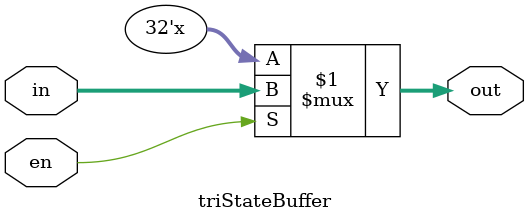
<source format=v>


module processor(



    // Control signals



    clock,                          // I: The master clock



    reset,                          // I: A reset signal







    // Imem



    address_imem,                   // O: The address of the data to get from imem



    q_imem,                         // I: The data from imem







    // Dmem



    address_dmem,                   // O: The address of the data to get or put from/to dmem



    data,                           // O: The data to write to dmem



    wren,                           // O: Write enable for dmem



    q_dmem,                         // I: The data from dmem



    // Regfile



    ctrl_writeEnable,               // O: Write enable for regfile



    ctrl_writeReg,                  // O: Register to write to in regfile



    ctrl_readRegA,                  // O: Register to read from port A of regfile



    ctrl_readRegB,                  // O: Register to read from port B of regfile



    data_writeReg,                  // O: Data to write to for regfile



    data_readRegA,                  // I: Data from port A of regfile



    data_readRegB                   // I: Data from port B of regfile



);	 

	 

	 // Control signals

    input clock, reset;



    // Imem

    output [11:0] address_imem;

    input [31:0] q_imem;



    // Dmem

    output [11:0] address_dmem;

    output [31:0] data;

    output wren;

    input [31:0] q_dmem;



    // Regfile

    output ctrl_writeEnable;

    output [4:0] ctrl_writeReg, ctrl_readRegA, ctrl_readRegB;

    output [31:0] data_writeReg;

    input [31:0] data_readRegA, data_readRegB;



    /* YOUR CODE STARTS HERE */

	 

	 //// FETCH STAGE

	 

	 // PC Counter 

	 wire neg_stall;

	 wire multdiv_stall; 

	 wire neg_multdiv_stall; 

	 assign neg_multdiv_stall = ~multdiv_stall;

	 wire pc_mux_select_bit; 

	 wire [31:0] imem_in; 

	 wire [31:0] pc_in;

	 wire [31:0] imem_in_plus_four; 

	 wire pc_adder_out;

	 

	 wire neg_stall_neg_multdiv_stall; 

	 assign neg_stall_neg_multdiv_stall = neg_multdiv_stall & neg_stall;

	 

	 register PC_Counter (.out(imem_in), .in(pc_in), .clk(clock), .en(neg_stall_neg_multdiv_stall), .reset(reset)); 

    

	 // add the current PC by 1 -> next instruction if no branch taken 

	 Adder_32_bit pc_adder (.out(imem_in_plus_four), .c_out(pc_adder_out), .data_A(imem_in), .data_B(32'd1), .c_in(1'b0)); 

    

	 // instruction memory - use the last 12 bits from PC ??? 

	 wire [31:0] instruction; 

	 

	 assign address_imem = imem_in[11:0];

	 assign instruction = q_imem; 

	 

	 // FD latch

	 wire [31:0] next_PC_D; 

	 wire [31:0] instruction_D;

	 wire [31:0] instruction_stall_checked;

	 register FD_latch (.out(instruction_D), .in(instruction_stall_checked), .clk(clock), .en(neg_stall_neg_multdiv_stall), .reset(reset));

	 register FD_next_PC_latch (.out(next_PC_D), .in(imem_in_plus_four), .clk(clock), .en(neg_stall_neg_multdiv_stall), .reset(reset)); 

	 

	 

	 

	 //// DECODE STAGE

	 

	 wire [4:0] opcode_D, rd_D, rs_D, rt_D; 

	 assign opcode_D = instruction_D[31:27]; 

	 assign rd_D = instruction_D[26:22]; 

	 assign ctrl_readRegA = instruction_D[21:17]; 

	 assign rt_D = instruction_D[16:12];

	 assign rs_D = instruction_D[21:17];

	 // register file  

	 wire rd_as_rt; 

	 // put in rd instead of rt for sw, branches and jumps

	 

	 wire [4:0] select_rdst_out; 

	 Mux_5_input select_rdst (.out(select_rdst_out), .a(rt_D), .b(rd_D), .in(rd_as_rt)); 

	 

	 wire bex; 

	 assign bex = (opcode_D[4] & ~opcode_D[3] & opcode_D[2] & opcode_D[1] & ~opcode_D[0]); // bex 10110 

	 

	 Mux_5_input select_bex (.out(ctrl_readRegB), .a(select_rdst_out), .b(5'd30), .in(bex)); 

	 

	 assign rd_as_rt = (~opcode_D[4] & ~opcode_D[3] & opcode_D[2] & opcode_D[1] & opcode_D[0]) // sw 00111

	                  |(~opcode_D[4] & ~opcode_D[3] & ~opcode_D[2] & opcode_D[1] & ~opcode_D[0]) // bne 00010 

							|(~opcode_D[4] & ~opcode_D[3] & opcode_D[2] & ~opcode_D[1] & ~opcode_D[0]) // jr 00100

							|(~opcode_D[4] & ~opcode_D[3] & opcode_D[2] & opcode_D[1] & ~opcode_D[0]); // blt 00110 

	 

	 

	 // DX latch

	 wire [31:0] instruction_D_stall_checked; 

	 wire [31:0] next_PC_X; 

	 wire [31:0] instruction_X; 

	 wire [31:0] ReadReg_DataA_X, ReadReg_DataB_X; 

	 register DX_latch (.out(instruction_X), .in(instruction_D_stall_checked), .clk(clock), .en(neg_multdiv_stall), .reset(reset));

	 register DX_next_PC_latch (.out(next_PC_X), .in(next_PC_D), .clk(clock), .en(neg_multdiv_stall), .reset(reset)); 

	 register DX_Data_A (.out(ReadReg_DataA_X), .in(data_readRegA), .clk(clock), .en(neg_multdiv_stall), .reset(reset));

	 register DX_Data_B (.out(ReadReg_DataB_X), .in(data_readRegB), .clk(clock), .en(neg_multdiv_stall), .reset(reset));

	 

	 //// EXECUTE STAGE 

	 wire signed [16:0] immediate_unextended; 

	 wire signed [31:0] immediate_extended; 

	 wire [4:0] aluOP, shamt; 

	 wire [31:0] alu_output; 

	 wire [31:0] alu_output_ALU;

	 wire alu_in_B; // imm -> is B or immeidate going into the ALU? 

	 wire [4:0] opcode_X; 

	 

	 assign opcode_X = instruction_X[31:27]; 

	 

	 wire alu_isNotEqual, alu_isLessThan, alu_overflow;

	 assign shamt = instruction_X[11:7];

	 

	 wire isAddi_LW_SW;

	 assign isAddi_LW_SW = (~opcode_X[4] & ~opcode_X[3] & opcode_X[2] & ~opcode_X[1] & opcode_X[0]) // addi 00101 

								 |(~opcode_X[4] & opcode_X[3] & ~opcode_X[2] & ~opcode_X[1] & ~opcode_X[0]) // lw 01000

								 |(~opcode_X[4] & ~opcode_X[3] & opcode_X[2] & opcode_X[1] & opcode_X[0]); // sw 00111

	 

	 wire [4:0] mux_aluOP_addi_out; 

	 Mux_5_input mux_aluOP_addi (.out(mux_aluOP_addi_out), .a(instruction_X[6:2]), .b(5'b00000), .in(isAddi_LW_SW)); 

	 

	 wire isBranch; 

	 assign isBranch = (~opcode_X[4] & ~opcode_X[3] & ~opcode_X[2] & opcode_X[1] & ~opcode_X[0]) // bne 00010 

							|(~opcode_X[4] & ~opcode_X[3] & opcode_X[2] & opcode_X[1] & ~opcode_X[0]); // blt 00110

	 Mux_5_input mux_aluOP_branch (.out(aluOP), .a(mux_aluOP_addi_out), .b(5'b00001), .in(isBranch)); 

	 //assign aluOP = instruction_X[6:2]; 

	 assign immediate_unextended = instruction_X[16:0]; 

	 

	 assign immediate_extended = {{15{immediate_unextended[16]}}, immediate_unextended}; 

	 

	 wire [31:0] alu_input_B; 

	 wire [31:0] alu_input_A; 

	 

	 wire alu_overflow_ALU;

	 

	 alu alu_X (

		.data_operandA(alu_input_A), 

		.data_operandB(alu_input_B), 

		.ctrl_ALUopcode(aluOP), 

		.ctrl_shiftamt(shamt), 

		.data_result(alu_output_ALU), 

		.isNotEqual(alu_isNotEqual), 

		.isLessThan(alu_isLessThan), 

		.overflow(alu_overflow_ALU));

	 

	 assign alu_in_B = (~opcode_X[4] & ~opcode_X[3] & ~opcode_X[2] & ~opcode_X[1] & ~opcode_X[0]) // alus without addi 

							|(~opcode_X[4] & ~opcode_X[3] & ~opcode_X[2] & opcode_X[1] & ~opcode_X[0]) // bne 00010 

							|(~opcode_X[4] & ~opcode_X[3] & opcode_X[2] & opcode_X[1] & ~opcode_X[0]); // blt 00110 

	 

	 wire [31:0] bypass_ReadReg_DataB_X; 

	 wire BNotZero; 

	 assign BNotZero = (bypass_ReadReg_DataB_X[31] 

							 |bypass_ReadReg_DataB_X[30]

							 |bypass_ReadReg_DataB_X[29] 

							 |bypass_ReadReg_DataB_X[28]

						    |bypass_ReadReg_DataB_X[27]

							 |bypass_ReadReg_DataB_X[26] 

							 |bypass_ReadReg_DataB_X[25]

							 |bypass_ReadReg_DataB_X[24]

							 |bypass_ReadReg_DataB_X[23] 

							 |bypass_ReadReg_DataB_X[22]

							 |bypass_ReadReg_DataB_X[21]

							 |bypass_ReadReg_DataB_X[20] 

							 |bypass_ReadReg_DataB_X[19]

							 |bypass_ReadReg_DataB_X[18]

							 |bypass_ReadReg_DataB_X[17] 

							 |bypass_ReadReg_DataB_X[16]

							 |bypass_ReadReg_DataB_X[15]

							 |bypass_ReadReg_DataB_X[14] 

							 |bypass_ReadReg_DataB_X[13]

							 |bypass_ReadReg_DataB_X[12]

							 |bypass_ReadReg_DataB_X[11] 

							 |bypass_ReadReg_DataB_X[10]

							 |bypass_ReadReg_DataB_X[9]

							 |bypass_ReadReg_DataB_X[8] 

							 |bypass_ReadReg_DataB_X[7]

							 |bypass_ReadReg_DataB_X[6]

							 |bypass_ReadReg_DataB_X[5] 

							 |bypass_ReadReg_DataB_X[4]

							 |bypass_ReadReg_DataB_X[3]

							 |bypass_ReadReg_DataB_X[2] 

							 |bypass_ReadReg_DataB_X[1]

							 |bypass_ReadReg_DataB_X[0]);

	 wire bex_check;

	 wire bypass_rstatus_check;

	 

	 assign bex_check = BNotZero | bypass_rstatus_check;

	 

	 Mux_32_input mux_select_SX_or_B (.out(alu_input_B), .a(immediate_extended), .b(bypass_ReadReg_DataB_X), .in(alu_in_B)); 

	 

	 //wire [31:0] shifter_out; 

	 // shifter_left_32_bit pc_shifter (.out(shifter_out), .in(immediate_extended), .shamt(5'd2));

	 

	 wire [31:0] pc_adder_N_out;

	 wire pc_adder_N_c_out;

	 Adder_32_bit pc_adder_N (.out(pc_adder_N_out), .c_out(pc_adder_N_c_out), .data_A(next_PC_X), .data_B(immediate_extended), .c_in(1'b0));

	 

	 wire BNEandNotEqual; 

	 

	 assign BNEandNotEqual = (~opcode_X[4] & ~opcode_X[3] & ~opcode_X[2] & opcode_X[1] & ~opcode_X[0]) // bne 00010 

									&(alu_isNotEqual); 

									

	 assign BLTandnotLessThan = (~opcode_X[4] & ~opcode_X[3] & opcode_X[2] & opcode_X[1] & ~opcode_X[0]) // blt 00110 

									&(~alu_isLessThan & alu_isNotEqual); 

	 

	 wire branch_taken; 

	 assign branch_taken = (BNEandNotEqual | BLTandnotLessThan); 

	 

	 wire [31:0] take_branch_out; 

	 Mux_32_input take_branch (.out(take_branch_out), .a(imem_in_plus_four), .b(pc_adder_N_out), .in(branch_taken)); 

	 

	 wire jump; 

	 assign jump = (~opcode_X[4] & ~opcode_X[3] & ~opcode_X[2] & ~opcode_X[1] & opcode_X[0])// j 00001 

					  |(~opcode_X[4] & ~opcode_X[3] & ~opcode_X[2] & opcode_X[1] & opcode_X[0]) // jal 00011 

					  |(opcode_X[4] & ~opcode_X[3] & opcode_X[2] & opcode_X[1] & ~opcode_X[0] & bex_check); // bex 10110 

	 

	 wire [26:0] target; 

	 assign target = instruction_X[26:0]; 

	 

	 wire [31:0] target_extended; 

	 assign target_extended = {5'b0, target};

	 

	 wire [31:0] jump_mux_out; 

	 Mux_32_input jump_mux (.out(jump_mux_out), .a(take_branch_out), .b(target_extended), .in(jump)); 

	 

	 wire jump_return; 

	 assign jump_return = (~opcode_X[4] & ~opcode_X[3] & opcode_X[2] & ~opcode_X[1] & ~opcode_X[0]); // jr 00100 

	 

	 Mux_32_input jump_return_mux (.out(pc_in), .a(jump_mux_out), .b(bypass_ReadReg_DataB_X), .in(jump_return)); 

	 

	 wire jal; 

	 assign jal = (~opcode_X[4] & ~opcode_X[3] & ~opcode_X[2] & opcode_X[1] & opcode_X[0]); 

	 

	 wire [31:0] jal_store_mux_out; 

	 Mux_32_input jal_store_mux (.out(jal_store_mux_out), .a(alu_output), .b(next_PC_X), .in(jal)); 

	 

	 wire setx; 

	 assign setx = (opcode_X[4] & ~opcode_X[3] & opcode_X[2] & ~opcode_X[1] & opcode_X[0]); // setx 10101 

	 

	 wire [31:0] setx_mux_output; 

	 Mux_32_input setx_mux (.out(setx_mux_output), .a(jal_store_mux_out), .b(target_extended), .in(setx)); 

	 

	 // XM Latch

	 wire [31:0] instruction_M; 

	 wire [31:0] alu_output_M; 

	 wire [31:0] ReadReg_DataB_M; 

	 wire [31:0] instruction_X_stall_checked;

	 wire overflow_exception_M; 

	 register XM_latch (.out(instruction_M), .in(instruction_X_stall_checked), .clk(clock), .en(1'b1), .reset(reset));

	 register XM_alu_output (.out(alu_output_M), .in(setx_mux_output), .clk(clock), .en(1'b1), .reset(reset));

	 register XM_Data_B (.out(ReadReg_DataB_M), .in(bypass_ReadReg_DataB_X), .clk(clock), .en(1'b1), .reset(reset));

	 

	 // alu_overflow needs to be muxed to allow for mult, div, etc. 

	 dffe_ref XM_overflow_exception (.q(overflow_exception_M), .d(alu_overflow), .clk(clock), .en(1'b1), .clr(reset));

	 

	 //// MEMORY STAGE 

	 wire DMwe; 

	 wire [31:0] memory_out; 

	 

	 wire [4:0] opcode_M; 

	 assign opcode_M = instruction_M[31:27]; 

	 

	 // MX bypass

	 wire DX_bypass_INSN;

	 assign DX_bypass_INSN = (~opcode_X[4] & ~opcode_X[3] & ~opcode_X[2] & ~opcode_X[1] & ~opcode_X[0]) // alu ops

						  |(~opcode_X[4] & ~opcode_X[3] & opcode_X[2] & ~opcode_X[1] & opcode_X[0]) // addi 00101

						  |(~opcode_X[4] & ~opcode_X[3] & opcode_X[2] & opcode_X[1] & opcode_X[0]) // sw 00111

						  |(~opcode_X[4] & opcode_X[3] & ~opcode_X[2] & ~opcode_X[1] & ~opcode_X[0]) // lw 01000

						  |(~opcode_X[4] & ~opcode_X[3] & ~opcode_X[2] & opcode_X[1] & ~opcode_X[0]) // bne 00010

						  |(~opcode_X[4] & ~opcode_X[3] & opcode_X[2] & opcode_X[1] & ~opcode_X[0]); // blt 00110

						  

	 wire XM_bypass_INSN;

	 assign XM_bypass_INSN = (~opcode_M[4] & ~opcode_M[3] & ~opcode_M[2] & ~opcode_M[1] & ~opcode_M[0]) // alu ops

								 |(~opcode_M[4] & ~opcode_M[3] & opcode_M[2] & ~opcode_M[1] & opcode_M[0]) // addi 

								 |(~opcode_M[4] & opcode_M[3] & ~opcode_M[2] & ~opcode_M[1] & ~opcode_M[0]); // lw

								 

	 

	 wire [4:0] rd_M; 

	 assign rd_M = instruction_M[26:22]; 

	 

	 wire [4:0] rs_X; 

	 assign rs_X = instruction_X[21:17]; 

	 

	 wire [4:0] rd_X; 

	 assign rd_X = instruction_X[26:22]; 

	 

	 wire [4:0] rt_X; 

	 assign rt_X = instruction_X[16:12];

	 

	 

	 wire [4:0] rd_W; 

	 wire MX_out_to_A; 

	 assign MX_out_to_A = ((DX_bypass_INSN & XM_bypass_INSN 

								                 &(((rd_M[4] == rs_X[4])

													  & (rd_M[3] == rs_X[3])

													  & (rd_M[2] == rs_X[2])

													  & (rd_M[1] == rs_X[1])

													  & (rd_M[0] == rs_X[0])) & ~(~rd_M[4] & ~rd_M[3] & ~rd_M[2] & ~rd_M[1] & ~rd_M[0])))); 

	 

	 wire MX_out_to_B; 

	 wire [4:0] jr_rd;

	 assign jr_rd = instruction_X[26:22];

	 wire bbjs;

	 assign bbjs = ((~opcode_X[4] & ~opcode_X[3] & ~opcode_X[2] & opcode_X[1] & ~opcode_X[0]) // bne 00010

									   |(~opcode_X[4] & ~opcode_X[3] & opcode_X[2] & opcode_X[1] & ~opcode_X[0]) // blt

										|(~opcode_X[4] & ~opcode_X[3] & opcode_X[2] & ~opcode_X[1] & ~opcode_X[0]) // jr

										|(~opcode_X[4] & ~opcode_X[3] & opcode_X[2] & opcode_X[1] & opcode_X[0])); // sw

										

	 assign MX_out_to_B = ( ((DX_bypass_INSN & ~bbjs) & XM_bypass_INSN 

													  &(((rd_M[4] == rt_X[4])

													  & (rd_M[3] == rt_X[3])

													  & (rd_M[2] == rt_X[2])

													  & (rd_M[1] == rt_X[1])

													  & (rd_M[0] == rt_X[0])) & ~(~rd_M[4] & ~rd_M[3] & ~rd_M[2] & ~rd_M[1] & ~rd_M[0])))

								 |( (opcode_M[4] & ~opcode_M[3] & opcode_M[2] & ~opcode_M[1] & opcode_M[0]) 

									 &((opcode_X[4] & ~opcode_X[3] & opcode_X[2] & opcode_X[1] & ~opcode_X[0]))) // setx followed by bex

								 |( bbjs & XM_bypass_INSN

									&( ((rd_X[4] == rd_M[4])

									  &(rd_X[3] == rd_M[3])

									  &(rd_X[2] == rd_M[2])

									  &(rd_X[1] == rd_M[1])

									  &(rd_X[0] == rd_M[0]) & ~(~rd_M[4] & ~rd_M[3] & ~rd_M[2] & ~rd_M[1] & ~rd_M[0])))));

									

	 

	 

	 

	 assign address_dmem = alu_output_M[11:0]; 

	 assign memory_out = q_dmem; 

	 assign wren = DMwe; 

	 

	 

	 assign DMwe = (~opcode_M[4] & ~opcode_M[3] & opcode_M[2] & opcode_M[1] & opcode_M[0]); 

	 

	 // MW latch 

	 wire [31:0] memory_out_W;

	 wire [31:0] instruction_W; 

	 wire [31:0] alu_output_W; 

	 register MW_latch (.out(instruction_W), .in(instruction_M), .clk(clock), .en(1'b1), .reset(reset));

	 register MW_memory_output (.out(memory_out_W), .in(memory_out), .clk(clock), .en(1'b1), .reset(reset));

	 register MW_alu_output (.out(alu_output_W), .in(alu_output_M), .clk(clock), .en(1'b1), .reset(reset));

	 // alu_overflow needs to be muxed to allow for mult, div, etc. 

	 wire overflow_exception_W; 

	 dffe_ref MW_overflow_exception (.q(overflow_exception_W), .d(overflow_exception_M), .clk(clock), .en(1'b1), .clr(reset)); 

	 

	 //// WRITE STAGE

	 wire load; 

	 wire [4:0] opcode_W;

	 assign opcode_W = instruction_W[31:27]; 

	 

	 assign load = (~opcode_W[4] & opcode_W[3] & ~opcode_W[2] & ~opcode_W[1] & ~opcode_W[0]); // lw 01000

	 

	 wire [31:0] Dmem_or_ALU_out; 

	 Mux_32_input mux_select_Dmem_or_ALU (.out(Dmem_or_ALU_out), .a(alu_output_W), .b(memory_out_W), .in(load));

	 

	 wire [4:0] aluOP_W; 

	 assign aluOP_W = instruction_W[6:2]; 

	 

	 

	 

	 wire MW_bypass_INSN;

	 assign MW_bypass_INSN = (~opcode_W[4] & ~opcode_W[3] & ~opcode_W[2] & ~opcode_W[1] & ~opcode_W[0]) 

									|(~opcode_W[4] & ~opcode_W[3] & opcode_W[2] & ~opcode_W[1] & opcode_W[0]) 

									|(~opcode_W[4] & opcode_W[3] & ~opcode_W[2] & ~opcode_W[1] & ~opcode_W[0]);

									

									

	 // WX bypass

	 

	 assign rd_W = instruction_W[26:22];

	 

	 wire WX_out_to_A;

	 assign WX_out_to_A = ( (DX_bypass_INSN & MW_bypass_INSN 

													  &(((rd_W[4] == rs_X[4])

													  & (rd_W[3] == rs_X[3])

													  & (rd_W[2] == rs_X[2])

													  & (rd_W[1] == rs_X[1])

													  & (rd_W[0] == rs_X[0])) & ~(~rd_W[4] & ~rd_W[3] & ~rd_W[2] & ~rd_W[1] & ~rd_W[0]))));

	 

	 wire WX_out_to_B; 

	 assign WX_out_to_B = ( ((DX_bypass_INSN & ~bbjs) & MW_bypass_INSN 

													  &(((rd_W[4] == rt_X[4])

													  & (rd_W[3] == rt_X[3])

													  & (rd_W[2] == rt_X[2])

													  & (rd_W[1] == rt_X[1])

													  & (rd_W[0] == rt_X[0])) & ~(~rd_W[4] & ~rd_W[3] & ~rd_W[2] & ~rd_W[1] & ~rd_W[0])))

								 |( (opcode_W[4] & ~opcode_W[3] & opcode_W[2] & ~opcode_W[1] & opcode_W[0]) 

									 &((opcode_X[4] & ~opcode_X[3] & opcode_X[2] & opcode_X[1] & ~opcode_X[0]))) // setx followed by bex

								 |( bbjs & MW_bypass_INSN

									&(( (rd_X[4] == rd_W[4])

									  &(rd_X[3] == rd_W[3])

									  &(rd_X[2] == rd_W[2])

									  &(rd_X[1] == rd_W[1])

									  &(rd_X[0] == rd_W[0]) & ~(~rd_W[4] & ~rd_W[3] & ~rd_W[2] & ~rd_W[1] & ~rd_W[0]))))); 

									

	 //WM bypass

	 wire WM_write_to_mem; 

	 assign WM_write_to_mem = ( MW_bypass_INSN & (~opcode_M[4] & ~opcode_M[3] & opcode_M[2] & opcode_M[1] & opcode_M[0])

									  &( ((rd_M[4] == rd_W[4])

										 &(rd_M[3] == rd_W[3])

										 &(rd_M[2] == rd_W[2])

										 &(rd_M[1] == rd_W[1])

										 &(rd_M[0] == rd_W[0]) & ~(~rd_W[4] & ~rd_W[3] & ~rd_W[2] & ~rd_W[1] & ~rd_W[0]))));

	 

	 Mux_32_input WM_bypass_mux (.out(data), .a(ReadReg_DataB_M), .b(data_writeReg), .in(WM_write_to_mem));  

	 

	 

	 wire bypass_mux_A_select_0;

	 wire bypass_mux_A_select_1; 

	 assign bypass_mux_A_select_0 = MX_out_to_A; 

	 assign bypass_mux_A_select_1 = WX_out_to_A;

	 genvar i4;

	 generate 

		for (i4=0; i4<32; i4=i4+1) begin: bypass_mux_A

			Mux_4_input u (.out(alu_input_A[i4]), .a(ReadReg_DataA_X[i4]), .b(alu_output_M[i4]), .c(data_writeReg[i4]), .d(alu_output_M[i4]), .in0(bypass_mux_A_select_0), .in1(bypass_mux_A_select_1)); 

		end 

	 endgenerate 

	 wire bypass_mux_B_select_0;

	 wire bypass_mux_B_select_1;

	 assign bypass_mux_B_select_0 = MX_out_to_B; 

	 assign bypass_mux_B_select_1 = WX_out_to_B;

	 genvar i5;

	 generate 

		for (i5=0; i5<32; i5=i5+1) begin: bypass_mux_5

			Mux_4_input u (.out(bypass_ReadReg_DataB_X[i5]), .a(ReadReg_DataB_X[i5]), .b(alu_output_M[i5]), .c(data_writeReg[i5]), .d(alu_output_M[i5]), .in0(bypass_mux_B_select_0), .in1(bypass_mux_B_select_1)); 

		end 

	 endgenerate 

	 

	 wire insn_in_M_overflow;

	 assign insn_in_M_overflow = overflow_exception_M & ((~opcode_M[4] & ~opcode_M[3] & ~opcode_M[2] & ~opcode_M[1] & ~opcode_M[0])

																			|

																		  (~opcode_M[4] & ~opcode_M[3] & opcode_M[2] & ~opcode_M[1] & opcode_M[0]));

	 

	 wire insn_in_W_overflow;

	 assign insn_in_W_overflow = overflow_exception_W & ((~opcode_W[4] & ~opcode_W[3] & ~opcode_W[2] & ~opcode_W[1] & ~opcode_W[0])

																			|

																		  (~opcode_W[4] & ~opcode_W[3] & opcode_W[2] & ~opcode_W[1] & opcode_W[0]));

										

	 assign bypass_rstatus_check = (insn_in_M_overflow | (insn_in_W_overflow & ~(opcode_M[4] & ~opcode_M[3] & opcode_M[2] & ~opcode_M[1] & opcode_M[0]))); 

	 

	 

	 

	 // control - RegWriteEnable 

	 assign ctrl_writeEnable = (~opcode_W[0] & ~opcode_W[1] & ~opcode_W[2] & ~opcode_W[4]) // lw and alus 0d000

									| (opcode_W[0] & ~opcode_W[1] & opcode_W[2] & ~opcode_W[3] & ~opcode_W[4]) // addi 00101

									| (~opcode_W[4] & ~opcode_W[3] & ~opcode_W[2] & opcode_W[1] & opcode_W[0]) // jal 00011 

									| (opcode_W[4] & ~opcode_W[3] & opcode_W[2] & ~opcode_W[1] & opcode_W[0]); // setx 10101 

									

	 wire [4:0] wr_jal_out; 

	 wire jal_W; 

	 assign jal_W = (~opcode_W[4] & ~opcode_W[3] & ~opcode_W[2] & opcode_W[1] & opcode_W[0]); 

	 

	 Mux_5_input wr_jal (.out(wr_jal_out), .a(instruction_W[26:22]), .b(5'd31), .in(jal_W));

	 



	 wire setx_W; 

	 assign setx_W = (opcode_W[4] & ~opcode_W[3] & opcode_W[2] & ~opcode_W[1] & opcode_W[0]); 

	 

	 wire rstatus_W; 

	 wire inv_rstatus_W;

	 assign inv_rstatus_W = ~rstatus_W; 

	 

	 wire add_overflow; 

	 assign add_overflow = (~opcode_W[4] & ~opcode_W[3] & ~opcode_W[2] & ~opcode_W[1] & ~opcode_W[0]) // add 00000

								 &(~aluOP_W[4] & ~aluOP_W[3] & ~aluOP_W[2] & ~aluOP_W[1] & ~aluOP_W[0]) // aluop 00000

								 &overflow_exception_W; 

								 

	 wire addi_overflow; 

	 assign addi_overflow = (~opcode_W[4] & ~opcode_W[3] & opcode_W[2] & ~opcode_W[1] & opcode_W[0]) // addi 00101 

								  &overflow_exception_W; 

								  

	 wire sub_overflow; 

	 assign sub_overflow = (~opcode_W[4] & ~opcode_W[3] & ~opcode_W[2] & ~opcode_W[1] & ~opcode_W[0]) // sub 00000 

								 &(~aluOP_W[4] & ~aluOP_W[3] & ~aluOP_W[2] & ~aluOP_W[1] & aluOP_W[0]) // aluop 00001 

								 &overflow_exception_W; 

	

	 wire mult_overflow; 

	 assign mult_overflow = (~opcode_W[4] & ~opcode_W[3] & ~opcode_W[2] & ~opcode_W[1] & ~opcode_W[0]) // mult 00000 

								  &(~aluOP_W[4] & ~aluOP_W[3] & aluOP_W[2] & aluOP_W[1] & ~aluOP_W[0]) // aluop 00110

								  &overflow_exception_W; 

								  

	 wire div_overflow; 

	 assign div_overflow = (~opcode_W[4] & ~opcode_W[3] & ~opcode_W[2] & ~opcode_W[1] & ~opcode_W[0]) // div 00000 

								  &(~aluOP_W[4] & ~aluOP_W[3] & aluOP_W[2] & aluOP_W[1] & aluOP_W[0]) // aluop 00111

								  &overflow_exception_W;

								  

	 assign rstatus_W = (setx_W | add_overflow | addi_overflow | sub_overflow | mult_overflow | div_overflow); 

	 

	 Mux_5_input wr_rstatus (.out(ctrl_writeReg), .a(wr_jal_out), .b(5'd30), .in(rstatus_W)); 

	 

	 wire [2:0] rstatus_encode_out; 

	 encoder_8_to_3 rstatus_encode (.out(rstatus_encode_out), .in0(add_overflow), .in1(addi_overflow), .in2(sub_overflow), 

											  .in3(mult_overflow), .in4(div_overflow), .in5(setx_W), .in6(inv_rstatus_W), .in7(1'b0)); 

											  

	 wire [31:0] add_overflow_status_val; 

	 assign add_overflow_status_val = 32'd1; 

	 wire [31:0] addi_overflow_status_val;

	 assign addi_overflow_status_val = 32'd2; 

	 wire [31:0] sub_overflow_status_val; 

	 assign sub_overflow_status_val = 32'd3; 

	 wire [31:0] mult_overflow_status_val; 

	 assign mult_overflow_status_val = 32'd4; 

	 wire [31:0] div_overflow_status_val;

	 assign div_overflow_status_val = 32'd5; 

	 

	 genvar i2; 

	 generate 

		for (i2=0; i2<32; i2=i2+1) begin: mux_8_to_1

			Mux_8_input u (.out(data_writeReg[i2]), 

								.in0(add_overflow_status_val[i2]), 

								.in1(addi_overflow_status_val[i2]), 

								.in2(sub_overflow_status_val[i2]),

								.in3(mult_overflow_status_val[i2]), 

								.in4(div_overflow_status_val[i2]), 

								.in5(alu_output_W[i2]),

								.in6(Dmem_or_ALU_out[i2]),

								.in7(1'b0),

								.en2(rstatus_encode_out[2]), 

								.en1(rstatus_encode_out[1]),

								.en0(rstatus_encode_out[0]));

	 end

	 endgenerate

	 

	 //// stall 



	 wire stall_check; 

	 assign stall_check = (~opcode_X[4] & opcode_X[3] & ~opcode_X[2] & ~opcode_X[1] & ~opcode_X[0]) // lw 01000

								&( ( ( (rs_D[4] == rd_X[4])

										&(rs_D[3] == rd_X[3])

										&(rs_D[2] == rd_X[2])

										&(rs_D[1] == rd_X[1])

										&(rs_D[0] == rd_X[0]) ) 

								 | ( ( ((rt_D[4] == rd_X[4])

										&(rt_D[3] == rd_X[3])

										&(rt_D[2] == rd_X[2])

										&(rt_D[1] == rd_X[1])) & ~(~opcode_D[4] & ~opcode_D[3] & opcode_D[2] & opcode_D[1] & opcode_D[0]) )

										) ) );

										

	 assign neg_stall = ~stall_check;

	 

	 

	 //// flush 

	 wire flush_check; 

	 

	 assign flush_check = (branch_taken | jump | jump_return); 

	 

	 Mux_32_input DX_stall_mux (.out(instruction_D_stall_checked), .a(instruction_D), .b(32'b0), .in(stall_check | flush_check)); 

	 

	 Mux_32_input FD_stall_mux (.out(instruction_stall_checked), .a(instruction), .b(32'b0), .in(flush_check)); 

	 

	 wire [31:0] alu_output_MultDiv;

	 wire data_rdy; 

	 wire alu_overflow_MultDiv; 

	 wire is_mult;

	 wire is_div;

	 wire multdiv_in_process;

	 assign is_mult =  (~opcode_X[4] & ~opcode_X[3] & ~opcode_X[2] & ~opcode_X[1] & ~opcode_X[0])

							&(~aluOP[4] & ~aluOP[3] & aluOP[2] & aluOP[1] & ~aluOP[0]);

	 assign is_div = (~opcode_X[4] & ~opcode_X[3] & ~opcode_X[2] & ~opcode_X[1] & ~opcode_X[0])

						 &(~aluOP[4] & ~aluOP[3] & aluOP[2] & aluOP[1] & aluOP[0]);

	 //// multdiv 

	 multdiv MultDiv (.data_operandA(alu_input_A), 

							.data_operandB(alu_input_B), 

							.ctrl_MULT(is_mult & ~multdiv_in_process), 

							.ctrl_DIV(is_div & ~multdiv_in_process), 

							.clock(clock), 

							.data_result(alu_output_MultDiv), 

							.data_exception(alu_overflow_MultDiv), 

							.data_resultRDY(data_rdy)); 

	 wire is_multdiv; 

	 assign is_multdiv = ( is_mult | is_div ); // mul 00110 or div 00111

	 

	 wire multdiv_ongoing_reset;

	 assign multdiv_ongoing_reset = (reset | data_rdy);

	 

	 dffe_ref multdiv_ongoing (.q(multdiv_in_process), .d(is_multdiv ^ data_rdy), .clk(clock), .en(1'b1), .clr(reset)); 

	 

	 wire multdiv_or_alu_result_select;

	 assign multdiv_or_alu_result_select = (is_multdiv & data_rdy);

	 

	 Mux_32_input multdiv_or_alu_result (.out(alu_output), .a(alu_output_ALU), .b(alu_output_MultDiv), .in(multdiv_or_alu_result_select)); 

	 

	 Mux_2_input multdiv_or_alu_overflow (.out(alu_overflow), .a(alu_overflow_ALU), .b(alu_overflow_MultDiv), .in(multdiv_or_alu_result_select)); 

	 

	 assign multdiv_stall = (is_multdiv) & (~data_rdy); 

	 

	 // insert noop to XM latch 

	 

	 Mux_32_input instruction_X_stall_check_mux (.out(instruction_X_stall_checked), .a(instruction_X), .b(32'b0), .in(multdiv_stall));

	 

endmodule



module Adder_16_bit (out, c_out, data_A, data_B, c_in);  



input[15:0] data_A, data_B; 

input c_in;

output c_out; 

output[15:0] out; 



wire[7:0] s0, s1; 

wire c0, c1, c2; 



CLA_8_bit cla0 (out[7:0], c0, data_A[7:0], data_B[7:0], c_in); 

CLA_8_bit cla1 (s0[7:0], c1, data_A[15:8], data_B[15:8], 1'b0); 

CLA_8_bit cla2 (s1[7:0], c2, data_A[15:8], data_B[15:8], 1'b1); 



Mux_2_input mux0 (c_out, c1, c2, c0); 



genvar i;

generate 

	for (i=8; i<16; i=i+1) begin: mux1

		Mux_2_input u (out[i], s0[i-8], s1[i-8], c0);

end

endgenerate 



endmodule 



module Adder_32_bit (out, c_out, data_A, data_B, c_in); 



input[31:0] data_A, data_B; 

input c_in; 

output[31:0] out;

output c_out;



wire[15:0] s0, s1; 

wire c0, c1, c2; 



Adder_16_bit csa0 (out[15:0], c0, data_A[15:0], data_B[15:0], c_in); 

Adder_16_bit csa1 (s0[15:0], c1, data_A[31:16], data_B[31:16], 1'b0); 

Adder_16_bit csa2 (s1[15:0], c2, data_A[31:16], data_B[31:16], 1'b1); 



Mux_2_input mux0 (c_out, c1, c2, c0); 



genvar i;

generate 

	for (i=16; i<32; i=i+1) begin: mux1

		Mux_2_input u (out[i], s0[i-16], s1[i-16], c0);

end

endgenerate 



/*



wire c0, c1, c2; 



CLA_8_bit CLA0 (out[7:0], c0, data_A[7:0], data_B[7:0], c_in); 

CLA_8_bit CLA1 (out[15:8], c1, data_A[15:8], data_B[15:8], c0); 

CLA_8_bit CLA2 (out[23:16], c2, data_A[23:16], data_B[23:16], c1); 

CLA_8_bit CLA3 (out[31:24], c_out, data_A[31:24], data_B[31:24], c2); 



*/

endmodule 



module CLA_8_bit(out, c_out, data_A, data_B, c_in); 



input[7:0] data_A, data_B; 

input c_in; 



output[7:0] out; 

output c_out; 



wire p0, p1, p2, p3, p4, p5, p6, p7, g0, g1, g2, g3, g4, g5, g6, g7, c1, c2, c3, c4, c5, c6; 

wire temp0, temp1, temp2, temp3, temp4, temp5, temp6, temp7, temp8, temp9, temp10, temp11, temp12, temp13, temp14, temp15, temp16, temp17, temp18, temp19, temp20, temp21, temp22, temp23, temp24, temp25, temp26, temp27, temp28, temp29, temp30, temp31, temp32, temp33, temp34, temp35, temp36; 



or or0 (p0, data_A[0], data_B[0]); 

or or1 (p1, data_A[1], data_B[1]);

or or2 (p2, data_A[2], data_B[2]); 

or or3 (p3, data_A[3], data_B[3]); 

or or4 (p4, data_A[4], data_B[4]); 

or or5 (p5, data_A[5], data_B[5]); 

or or6 (p6, data_A[6], data_B[6]); 

or or7 (p7, data_A[7], data_B[7]); 



and and0 (g0, data_A[0], data_B[0]); 

and and1 (g1, data_A[1], data_B[1]);

and and2 (g2, data_A[2], data_B[2]); 

and and3 (g3, data_A[3], data_B[3]); 

and and4 (g4, data_A[4], data_B[4]); 

and and5 (g5, data_A[5], data_B[5]); 

and and6 (g6, data_A[6], data_B[6]); 

and and7 (g7, data_A[7], data_B[7]);



and and8 (temp1, p0, c_in); // p0 and c0 

or or8 (c1, g0, temp1); // (p0 and c0) or g0 



and and9 (temp2, p1, p0, c_in); 

and and10 (temp3, g0, p1); 

or or9 (c2, temp2, temp3, g1); 



and and11 (temp4, p2, p1, p0, c_in); 

and and12 (temp5, p2, p1, g0); 

and and13 (temp6, g1, p2); 

or or10 (c3, temp4, temp5, temp6, g2); 



and and14 (temp7, p3, p2, p1, p0, c_in); 

and and15 (temp8, p3, p2, p1, g0); 

and and16 (temp9, p3, p2, g1); 

and and17 (temp10, p3, g2); 

or or11 (c4, temp7, temp8, temp9, temp10, g3);



and and18 (temp11, p4, p3, p2, p1, p0, c_in); 

and and19 (temp12, p4, p3, p2, p1, g0);

and and20 (temp13, p4, p3, p2, g1); 

and and21 (temp14, p4, p3, g2); 

and and22 (temp15, p4, g3); 

or or12 (c5, temp11, temp12, temp13, temp14, temp15, g4); 



and and23 (temp16, p5, p4, p3, p2, p1, p0, c_in); 

and and24 (temp17, p5, p4, p3, p2, p1, g0); 

and and25 (temp18, p5, p4, p3, p2, g1); 

and and26 (temp19, p5, p4, p3, g2); 

and and27 (temp20, p5, p4, g3); 

and and28 (temp21, p5, g4); 

or or13 (c6, temp16, temp17, temp18, temp19, temp20, temp21, g5); 



and and29 (temp22, p6, p5, p4, p3, p2, p1, p0, c_in); 

and and30 (temp23, p6, p5, p4, p3, p2, p1, g0); 

and and31 (temp24, p6, p5, p4, p3, p2, g1); 

and and32 (temp25, p6, p5, p4, p3, g2); 

and and33 (temp26, p6, p5, p4, g3); 

and and34 (temp27, p6, p5, g4); 

and and35 (temp28, p6, g5); 

or or14 (c7, temp22, temp23, temp24, temp25, temp26, temp27, temp28, g6); 



and and36 (temp29, p7, p6, p5, p4, p3, p2, p1, p0, c_in); 

and and37 (temp30, p7, p6, p5, p4, p3, p2, p1, g0); 

and and38 (temp31, p7, p6, p5, p4, p3, p2, g1); 

and and39 (temp32, p7, p6, p5, p4, p3, g2); 

and and40 (temp33, p7, p6, p5, p4, g3); 

and and41 (temp34, p7, p6, p5, g4); 

and and42 (temp35, p7, p6, g5); 

and and43 (temp36, p7, g6);

or or15 (c_out, temp29, temp30, temp31, temp32, temp33, temp34, temp35, temp36, g7); 



xor xor0 (out[0], data_A[0], data_B[0], c_in); 

xor xor1 (out[1], data_A[1], data_B[1], c1); 

xor xor2 (out[2], data_A[2], data_B[2], c2); 

xor xor3 (out[3], data_A[3], data_B[3], c3); 

xor xor4 (out[4], data_A[4], data_B[4], c4); 

xor xor5 (out[5], data_A[5], data_B[5], c5); 

xor xor6 (out[6], data_A[6], data_B[6], c6); 

xor xor7 (out[7], data_A[7], data_B[7], c7); 



endmodule 



module Mux_2_input (out, a, b, in); 



input a, b, in; 

output out; 



wire n_in, temp0, temp1; 



not not0 (n_in, in); 

and and0 (temp0, n_in, a); 

and and1 (temp1, in, b); 

or or0 (out, temp0, temp1); 



endmodule 



module Mux_32_input(out, a, b, in); 



input[31:0] a, b;

input in; 

output[31:0] out; 



genvar i; 

	generate 

		for (i=0; i<32; i=i+1) begin: out_mux

			Mux_2_input u (out[i], a[i], b[i], in);

	end

	endgenerate

	

endmodule



module Mux_4_input (out, a, b, c, d, in0, in1); 



input a, b, c, d, in0, in1;

output out;



wire neg_in0, neg_in1;



not not_a (neg_in0, in0); 

not not_b (neg_in1, in1); 



wire and1_out, and2_out, and3_out, and4_out; 



and and1 (and1_out, a, neg_in0, neg_in1); 

and and2 (and2_out, b, in0, neg_in1);

and and3 (and3_out, c, neg_in0, in1); 

and and4 (and4_out, d, in0, in1);



or or1 (out, and1_out, and2_out, and3_out, and4_out); 



endmodule 



module Mux_5_input(out, a, b, in); 



input[4:0] a, b;

input in; 

output[4:0] out; 



genvar i; 

	generate 

		for (i=0; i<5; i=i+1) begin: out_mux

			Mux_2_input u (out[i], a[i], b[i], in);

	end

	endgenerate

	

endmodule



module Mux_8_input(out, in0, in1, in2, in3, in4, in5, in6, in7, en2, en1, en0); 



input en2, en1, en0; 

input in0, in1, in2, in3, in4, in5, in6, in7;

output out; 



wire temp0, temp1, temp2, temp3, temp4, temp5; 



Mux_2_input mux0 (temp0, in0, in1, en0); 

Mux_2_input mux1 (temp1, in2, in3, en0); 

Mux_2_input mux2 (temp2, in4, in5, en0); 

Mux_2_input mux3 (temp3, in6, in7, en0); 



Mux_2_input mux4 (temp4, temp0, temp1, en1); 

Mux_2_input mux5 (temp5, temp2, temp3, en1); 



Mux_2_input mux6 (out, temp4, temp5, en2); 



endmodule 



module alu(data_operandA, data_operandB, ctrl_ALUopcode, ctrl_shiftamt, data_result, isNotEqual, isLessThan, overflow);



   input [31:0] data_operandA, data_operandB;

   input [4:0] ctrl_ALUopcode, ctrl_shiftamt;



   output [31:0] data_result;

   output isNotEqual, isLessThan, overflow;



   // YOUR CODE HERE //

	

	// add or substract function 

	wire sub, add_c_out, sub_c_out; 

	wire[31:0] add_out, sub_out, negated_data_operandB; 

	genvar i0; 

	generate 

		for (i0=0; i0<32; i0=i0+1) begin: negate_B 

			not temp_not (negated_data_operandB[i0], data_operandB[i0]); 

	end 

	endgenerate 

	

	Adder_32_bit adder (add_out, add_c_out, data_operandA, data_operandB, 1'b0); 

	Adder_32_bit subtractor (sub_out, sub_c_out, data_operandA, negated_data_operandB, 1'b1); 

	

	// and or bitwise function

	wire[31:0] and_out;

	wire[31:0] or_out; 

	

	genvar i1;

	generate 

		for (i1=0; i1<32; i1=i1+1) begin: and_bitwise

			and temp_and (and_out[i1], data_operandA[i1], data_operandB[i1]);

	end

	endgenerate

	

	genvar i2; 

	generate 

		for (i2=0; i2<32; i2=i2+1) begin: or_bitwise 

			or temp_or (or_out[i2], data_operandA[i2], data_operandB[i2]); 

	end 

	endgenerate 

	

	// logical left shift and arithmetic right shift 

	wire[31:0] sll, sra; 

	shifter_left_32_bit sl (sll, data_operandA, ctrl_shiftamt); 

	shifter_right_32_bit sr (sra, data_operandA, ctrl_shiftamt); 

	

	// isNotEqual? 

	/*or or_equal (isNotEqual, sub_out[0], sub_out[1], sub_out[2], sub_out[3], sub_out[4], sub_out[5], 

					 sub_out[6], sub_out[7], sub_out[8], sub_out[9], sub_out[10], sub_out[11], 

					 sub_out[12], sub_out[13], sub_out[14], sub_out[15], sub_out[16], sub_out[17], 

					 sub_out[18], sub_out[19], sub_out[20], sub_out[21], sub_out[22], sub_out[23], 

					 sub_out[24], sub_out[25], sub_out[26], sub_out[27], sub_out[28], sub_out[29], 

					 sub_out[30], sub_out[31]); 

	*/			 

	

	wire[31:0] bitCheck; 

	genvar j;

	generate 

		for (j=0; j<32; j=j+1) begin: xor_equal 

			xor u (bitCheck[j], data_operandA[j], data_operandB[j]);

	end

	endgenerate 

	

	or or_equal (isNotEqual, bitCheck[0], bitCheck[1], bitCheck[2], bitCheck[3], bitCheck[4], bitCheck[5], 

					 bitCheck[6], bitCheck[7], bitCheck[8], bitCheck[9], bitCheck[10], bitCheck[11], 

					 bitCheck[12], bitCheck[13], bitCheck[14], bitCheck[15], bitCheck[16], bitCheck[17], 

					 bitCheck[18], bitCheck[19], bitCheck[20], bitCheck[21], bitCheck[22], bitCheck[23], 

					 bitCheck[24], bitCheck[25], bitCheck[26], bitCheck[27], bitCheck[28], bitCheck[29], 

					 bitCheck[30], bitCheck[31]);

	

	

	// overflow? 

	wire overflow_0, overflow_1, overflow_2, overflow_3; 

	wire isSub;

	wire isAdd;

	wire MSB_A, MSB_B, n_MSB_A, n_MSB_B; 

	assign MSB_A = data_operandA[31];

	assign MSB_B = data_operandB[31]; 

	assign isSub = ctrl_ALUopcode[0]; 

	not sign_flip (isAdd, isSub); 

	not flip_MSB_A (n_MSB_A, MSB_A); 

	not flip_MSB_B (n_MSB_B, MSB_B); 

	and and_over_0 (overflow_0, n_MSB_A, n_MSB_B, isAdd, add_out[31]); 

	and and_over_1 (overflow_1, n_MSB_A, MSB_B, isSub, sub_out[31]);

	wire n_MSB_sub;

	wire n_MSB_add;

	not flip_MSB_sub (n_MSB_sub, sub_out[31]);

	not flip_MSB_add (n_MSB_add, add_out[31]); 

	and and_over_2 (overflow_2, MSB_A, n_MSB_B, isSub, n_MSB_sub); 

	and and_over_3 (overflow_3, MSB_A, MSB_B, isAdd, n_MSB_add); 

	or overflow_calc (overflow, overflow_0, overflow_1, overflow_2, overflow_3); 

	

	// isLessThan? 

	// if overflow, then compare the MSBs 

	wire lessthan_overflow; 

	and and_over (lessthan_overflow, overflow, MSB_A, n_MSB_B); 

	or or_lessthan (isLessThan, sub_out[31], lessthan_overflow); 

	

	// select the one to output 

	genvar i3; 

	generate 

		for (i3=0; i3<32; i3=i3+1) begin: out_mux

			Mux_8_input u (data_result[i3], add_out[i3], sub_out[i3], and_out[i3], or_out[i3], sll[i3], sra[i3], 1'b0, 1'b0, ctrl_ALUopcode[2], ctrl_ALUopcode[1], ctrl_ALUopcode[0]); 

	end

	endgenerate

	

endmodule



module counter_4_bit (q3, q2, q1, q0, en, clk, clr); 



input clk, en, clr; 

output q3, q2, q1, q0; 



dffe_ref d0 (q0, ~q0, clk, en, clr);

dffe_ref d1 (q1, ~q1, q0, en, clr);

dffe_ref d2 (q2, ~q2, q1, en, clr);

dffe_ref d3 (q3, ~q3, q2, en, clr);



endmodule 



module counter_5_bit (q4, q3, q2, q1, q0, en, clk, clr); 



input clk, en, clr; 

output q4, q3, q2, q1, q0; 



dffe_ref d0 (q0, ~q0, clk, en, clr);

dffe_ref d1 (q1, ~q1, ~q0, en, clr);

dffe_ref d2 (q2, ~q2, ~q1, en, clr);

dffe_ref d3 (q3, ~q3, ~q2, en, clr);

dffe_ref d4 (q4, ~q4, ~q3, en, clr); 



endmodule 



module counter_6_bit (q5, q4, q3, q2, q1, q0, en, clk, clr); 



input clk, en, clr; 

output q5, q4, q3, q2, q1, q0; 



dffe_ref d0 (q0, ~q0, clk, en, clr);

dffe_ref d1 (q1, ~q1, ~q0, en, clr);

dffe_ref d2 (q2, ~q2, ~q1, en, clr);

dffe_ref d3 (q3, ~q3, ~q2, en, clr);

dffe_ref d4 (q4, ~q4, ~q3, en, clr); 

dffe_ref d5 (q5, ~q5, ~q4, en, clr); 



endmodule 



module decoder (out, in); 



input[4:0] in;

output[31:0] out; 



wire in0;

wire in1;

wire in2;

wire in3;

wire in4;



assign in0 = in[0];

assign in1 = in[1];

assign in2 = in[2];

assign in3 = in[3]; 

assign in4 = in[4]; 



wire inv_in0;

wire inv_in1;

wire inv_in2;

wire inv_in3;

wire inv_in4;



not not0 (inv_in0, in0);

not not1 (inv_in1, in1);

not not2 (inv_in2, in2);

not not3 (inv_in3, in3); 

not not4 (inv_in4, in4); 



and and31 (out[31], in4, in3, in2, in1, in0); 

and and30 (out[30], in4, in3, in2, in1, inv_in0); 

and and29 (out[29], in4, in3, in2, inv_in1, in0);

and and28 (out[28], in4, in3, in2, inv_in1, inv_in0); 

and and27 (out[27], in4, in3, inv_in2, in1, in0); 

and and26 (out[26], in4, in3, inv_in2, in1, inv_in0);

and and25 (out[25], in4, in3, inv_in2, inv_in1, in0); 

and and24 (out[24], in4, in3, inv_in2, inv_in1, inv_in0); 

and and23 (out[23], in4, inv_in3, in2, in1, in0); 

and and22 (out[22], in4, inv_in3, in2, in1, inv_in0);

and and21 (out[21], in4, inv_in3, in2, inv_in1, in0); 

and and20 (out[20], in4, inv_in3, in2, inv_in1, inv_in0); 

and and19 (out[19], in4, inv_in3, inv_in2, in1, in0);

and and18 (out[18], in4, inv_in3, inv_in2, in1, inv_in0); 

and and17 (out[17], in4, inv_in3, inv_in2, inv_in1, in0); 

and and16 (out[16], in4, inv_in3, inv_in2, inv_in1, inv_in0); 

and and15 (out[15], inv_in4, in3, in2, in1, in0); 

and and14 (out[14], inv_in4, in3, in2, in1, inv_in0); 

and and13 (out[13], inv_in4, in3, in2, inv_in1, in0);

and and12 (out[12], inv_in4, in3, in2, inv_in1, inv_in0); 

and and11 (out[11], inv_in4, in3, inv_in2, in1, in0); 

and and10 (out[10], inv_in4, in3, inv_in2, in1, inv_in0);

and and09 (out[9], inv_in4, in3, inv_in2, inv_in1, in0); 

and and08 (out[8], inv_in4, in3, inv_in2, inv_in1, inv_in0); 

and and07 (out[7], inv_in4, inv_in3, in2, in1, in0); 

and and06 (out[6], inv_in4, inv_in3, in2, in1, inv_in0);

and and05 (out[5], inv_in4, inv_in3, in2, inv_in1, in0); 

and and04 (out[4], inv_in4, inv_in3, in2, inv_in1, inv_in0); 

and and03 (out[3], inv_in4, inv_in3, inv_in2, in1, in0);

and and02 (out[2], inv_in4, inv_in3, inv_in2, in1, inv_in0); 

and and01 (out[1], inv_in4, inv_in3, inv_in2, inv_in1, in0); 

and and00 (out[0], inv_in4, inv_in3, inv_in2, inv_in1, inv_in0); 



endmodule 



module dffe_ref(q, d, clk, en, clr);

   

   //Inputs

   input d, clk, en, clr;

   

   //Internal wire

   wire clr;



   //Output

   output q;

   

   //Register

   reg q;



   //Intialize q to 0

   initial

   begin

       q = 1'b0;

   end



   //Set value of q on positive edge of the clock or clear

   always @(posedge clk or posedge clr) begin

       //If clear is high, set q to 0

       if (clr) begin

           q <= 1'b0;

       //If enable is high, set q to the value of d

       end else if (en) begin

           q <= d;

       end

   end

endmodule



module dflipflop(d, clk, clrn, prn, ena, q);

    input d, clk, ena, clrn, prn;

    wire clr;

    wire pr;



    output q;

    reg q;



    assign clr = ~clrn;

    assign pr = ~prn;



    initial

    begin

        q = 1'b0;

    end



    always @(posedge clk) begin

        if (q == 1'bx) begin

            q <= 1'b0;

        end else if (clr) begin

            q <= 1'b0;

        end else if (ena) begin

            q <= d;

        end

    end

endmodule



module divider (data_operandA, data_operandB, clock, data_result, data_exception, data_resultRDY, ctrl_DIV); 



input [31:0] data_operandA, data_operandB; 

input clock, ctrl_DIV; 



output [31:0] data_result; 

output data_exception, data_resultRDY; 

// output [63:0] product;



// output q5, q4, q3, q2, q1, q0;

wire[63:0] product;

wire[31:0] divisor;

wire[31:0] left_reg_in, right_reg_in; 



wire q5, q4, q3, q2, q1, q0; 



counter_6_bit cntr (q5, q4, q3, q2, q1, q0, 1'b1, clock, ctrl_DIV);



register div (divisor, data_operandB, clock, ctrl_DIV, 1'b0); 



register reg_63_32 (product[63:32], left_reg_in, clock, 1'b1, ctrl_DIV); 



register reg_31_0 (product[31:0], right_reg_in, clock, 1'b1, 1'b0); 



wire[31:0] adder_out; 

wire overflow_MSB;

wire[31:0] neg_div; 

assign neg_div = ~divisor;

Adder_32_bit adder (adder_out, overflow_MSB, product[63:32], neg_div, 1'b1);



wire sub_MSB; 

assign sub_MSB = adder_out[31]; 



wire[31:0] result; 

Mux_32_input restore_mux (result, adder_out, product[63:32], sub_MSB); // if subtract result is negative, restore the value 



wire[63:0] combiner; 

assign combiner[63:32] = result; 

assign combiner[31:0] = product[31:0]; 

wire[63:0] shifted_comb; 

assign shifted_comb = combiner <<< 1; 



wire[31:0] right_res;

assign left_reg_in = shifted_comb[63:32];

assign right_res[0] = ~sub_MSB;

assign right_res[31:1] = shifted_comb[31:1];



Mux_32_input mult_in (right_reg_in, right_res, data_operandA, ctrl_DIV);



assign data_result = product[31:0]; 

assign data_resultRDY = (q5 & ~q4 & ~q3 & ~q2 & ~q1 & q0);



wire all_zero;

assign all_zero = (~data_operandB[0] & 

                   ~data_operandB[1] &

						 ~data_operandB[2] & 

						 ~data_operandB[3] & 

						 ~data_operandB[4] &

						 ~data_operandB[5] &

						 ~data_operandB[6] &

						 ~data_operandB[7] &

						 ~data_operandB[8] &

						 ~data_operandB[9] &

						 ~data_operandB[10] &

						 ~data_operandB[11] & 

                   ~data_operandB[12] &

						 ~data_operandB[13] & 

						 ~data_operandB[14] & 

						 ~data_operandB[15] &

						 ~data_operandB[16] &

						 ~data_operandB[17] &

						 ~data_operandB[18] &

						 ~data_operandB[19] &

						 ~data_operandB[20] &

						 ~data_operandB[21] &

						 ~data_operandB[22] &

						 ~data_operandB[23] & 

                   ~data_operandB[24] &

						 ~data_operandB[25] & 

						 ~data_operandB[26] & 

						 ~data_operandB[27] &

						 ~data_operandB[28] &

						 ~data_operandB[29] &

						 ~data_operandB[30] &

						 ~data_operandB[31]);

						 

dffe_ref excep (data_exception, all_zero, clock, ctrl_DIV, 1'b0); 



endmodule 



module encoder_8_to_3 (out, in0, in1, in2, in3, in4, in5, in6, in7); 



input in0, in1, in2, in3, in4, in5, in6, in7; 

output [2:0] out; 



assign out[0] = (in1 | in3 | in5 | in7); 

assign out[1] = (in2 | in3 | in6 | in7); 

assign out[2] = (in4 | in5 | in6 | in7); 



endmodule 



module multdiv(data_operandA, data_operandB, ctrl_MULT, ctrl_DIV, clock, data_result, data_exception, data_resultRDY);

    input [31:0] data_operandA, data_operandB;

    input ctrl_MULT, ctrl_DIV, clock;



    output [31:0] data_result;

    output data_exception, data_resultRDY;

	 

	 wire[31:0] mult_res, div_res, real_div_res, neg_div_res; 

	 wire mult_excep, div_excep, mult_RDY, div_RDY;

	 // Your code here

	 wire is_DIV; 

	 wire same_sign;

	 wire dividend_isPos, divisor_isPos, c1_out, c2_out, c3_out; 

	 assign dividend_isPos = ~data_operandA[31];

	 assign divisor_isPos = ~data_operandB[31]; 

	 xor x_gate (same_sign, dividend_isPos, ~divisor_isPos);

	 wire same_sign_stored;

	 dffe_ref isDiv (is_DIV, ctrl_DIV, clock, (ctrl_DIV | ctrl_MULT), 1'b0);

	 dffe_ref div_sign (.q(same_sign_stored), .d(same_sign), .clk(clock), .en(ctrl_Div), .clr(1'b0));

	 wire [31:0] input_DIV_1, input_DIV_2, adder1_in_1, adder2_in_1; 

	 

	 Mux_32_input m1(adder1_in_1, ~data_operandA, data_operandA, dividend_isPos);

	 Mux_32_input m2(adder2_in_1, ~data_operandB, data_operandB, divisor_isPos);

	 

	 Adder_32_bit adder1 (input_DIV_1, c1_out, adder1_in_1, 32'b0, ~dividend_isPos); 

	 Adder_32_bit adder2 (input_DIV_2, c2_out, adder2_in_1, 32'b0, ~divisor_isPos); 

	 

	 multiplier multi (data_operandA, data_operandB, clock, mult_res, mult_excep, mult_RDY, ctrl_MULT); 

	 divider div (input_DIV_1, input_DIV_2, clock, div_res, div_excep, div_RDY, ctrl_DIV); 

	 

	 Adder_32_bit adder3 (neg_div_res, c3_out, ~div_res, 32'b0, 1'b1);

	 

	 Mux_32_input m_div (.out(real_div_res), .a(neg_div_res), .b(div_res), .in(same_sign_stored)); 

	 

	 Mux_2_input mux_1 (data_exception, mult_excep, div_excep, is_DIV); 

	 Mux_2_input mux_2 (data_resultRDY, mult_RDY, div_RDY, is_DIV); 

	 Mux_32_input mux_3 (data_result, mult_res, real_div_res, is_DIV); 

	 

endmodule



module multiplier (data_operandA, data_operandB, clock, data_result, data_exception, data_resultRDY, ctrl_MULT); 

// multiplicand for tests



input [31:0] data_operandA, data_operandB; 

input clock, ctrl_MULT; 



output [31:0] data_result; 

output data_exception, data_resultRDY; 



// modified Booth's - repeat 16 times 



wire [63:0] product; 

wire last_bit; 

wire [31:0] multiplicand; 



wire q4, q3, q2, q1, q0; 



counter_5_bit cntr (q4, q3, q2, q1, q0, 1'b1, clock, ctrl_MULT); // clr = clear 



register cand (multiplicand[31:0], data_operandA, clock, ctrl_MULT, 1'b0); 



wire [31:0] multiplier_in, left_reg_in; 

wire[31:0] shifted_final_res; 



register reg_63_32 (product[63:32], left_reg_in, clock, 1'b1, ctrl_MULT); 



register reg_31_0 (product[31:0], multiplier_in, clock, 1'b1, 1'b0); 



dffe_ref d0 (last_bit, product[1], clock, 1'b1, ctrl_MULT); 



// shift the multiplicand to the desired 



wire isShift, isSub, isChange; 



assign isShift = ((product[1] & ~product[0] & ~last_bit) | (~product[1] & product[0] & last_bit)); 

assign isSub = ((product[1] & ~product[0] & ~last_bit) | (product[1] & product[0] & ~last_bit) | (product[1] & ~product[0] & last_bit));

assign isChange = ~((~product[1] & ~product[0] & ~last_bit) | (product[1] & product[0] & last_bit)); 



// multiplicand shift result 



wire[31:0] shifted_cand; 

assign shifted_cand = multiplicand[31:0] << 1; 



wire[31:0] shift_checked; 

Mux_32_input shift_mux (shift_checked, multiplicand, shifted_cand, isShift); 



wire[31:0] neg_cand; 

assign neg_cand = ~shift_checked; 



wire[31:0] sub_checked; 

Mux_32_input sub_mux (sub_checked, shift_checked, neg_cand, isSub); 



wire overflow_MSB; 

wire[31:0] adder_out; 

Adder_32_bit adder (adder_out, overflow_MSB, product[63:32], sub_checked, isSub); 



// overflow/exception check for add/sub 

wire overflow_addsub_temp, overflow_addsub; 

assign overflow_addsub_temp = (isChange) & 

											((isSub & 

											(

												(adder_out[31] & ~product[63] & (shift_checked[31])) 

												|

												((~adder_out[31]) & (product[63]) & ~shift_checked[31])

											)) 

											|

											((~isSub) & 

											(((shift_checked[31]) & (product[63]) & (~adder_out[31]))

												|

												(~shift_checked[31] & ~product[63] & adder_out[31]))));

												

dffe_ref addsub_dff (overflow_addsub, 1'b1, clock, overflow_addsub_temp, ctrl_MULT); 



// overflow/exception check for left shift 

wire overflow_shift_temp, overflow_shift; 

assign overflow_shift_temp = (isShift) & ((~shifted_cand[31] & multiplicand[31]) | (shifted_cand[31] & ~multiplicand[31])); 



dffe_ref shift_dff (overflow_shift, 1'b1, clock, overflow_shift_temp, ctrl_MULT);



wire[31:0] final_res; 

Mux_32_input change_mux (final_res, product[63:32], adder_out, isChange); 



wire signed [63:0] before_shift; 

assign before_shift[31:0] = product[31:0]; 

assign before_shift[63:32] = final_res[31:0]; 

wire signed [63:0] after_shift; 



//shifter_right_32_bit sh_right (after_shift, before_shift, 5'b00010);

assign after_shift = before_shift >>> 2; 



assign left_reg_in = after_shift[63:32]; 

Mux_32_input mult_in (multiplier_in, after_shift[31:0], data_operandB, ctrl_MULT); 



assign data_result = product[31:0]; 

assign data_resultRDY = (q4 & ~q3 & ~q2 & ~q1 & ~q0); 



wire overflow;

wire same_sign, cand_isZero, plier_isZero, result_isZero;

dffe_ref input_sign (same_sign, ((data_operandA[31] & data_operandB[31]) | ((~data_operandA[31]) & (~data_operandB[31]))), clock, ctrl_MULT, 1'b0); 

dffe_ref plier_zero (plier_isZero, ~(data_operandB[0] | 

												data_operandB[1] | 

												data_operandB[2] | 

												data_operandB[3] | 

												data_operandB[4] | 

												data_operandB[5] | 

												data_operandB[6] | 

												data_operandB[7] | 

												data_operandB[8] | 

												data_operandB[9] | 

												data_operandB[10] | 

												data_operandB[11] | 

												data_operandB[12] | 

												data_operandB[13] | 

												data_operandB[14] | 

												data_operandB[15] | 

												data_operandB[16] | 

												data_operandB[17] | 

												data_operandB[18] | 

												data_operandB[19] | 

												data_operandB[20] | 

												data_operandB[21] | 

												data_operandB[22] | 

												data_operandB[23] | 

												data_operandB[24] | 

												data_operandB[25] | 

												data_operandB[26] | 

												data_operandB[27] | 

												data_operandB[28] | 

												data_operandB[29] | 

												data_operandB[30] | 

												data_operandB[31])

							, clock, ctrl_MULT, 1'b0);

							

 

assign cand_isZero =	~(multiplicand[0] |

							 multiplicand[1] |

							 multiplicand[2] |

							 multiplicand[3] |

							 multiplicand[4] | 

							 multiplicand[5] | 

							 multiplicand[6] | 

							 multiplicand[7] | 

							 multiplicand[8] | 

							 multiplicand[9] | 

							 multiplicand[10] | 

							 multiplicand[11] | 

							 multiplicand[12] | 

							 multiplicand[13] | 

							 multiplicand[14] | 

							 multiplicand[15] | 

							 multiplicand[16] | 

							 multiplicand[17] | 

							 multiplicand[18] | 

							 multiplicand[19] | 

							 multiplicand[20] | 

							 multiplicand[21] | 

							 multiplicand[22] | 

							 multiplicand[23] | 

							 multiplicand[24] | 

							 multiplicand[25] | 

							 multiplicand[26] | 

							 multiplicand[27] | 

							 multiplicand[28] | 

							 multiplicand[29] | 

							 multiplicand[30] | 

							 multiplicand[31]);

							 

assign result_isZero=~(product[0] |

							 product[1] | 

							 product[2] | 

							 product[3] | 

							 product[4] | 

							 product[5] | 

							 product[6] | 

							 product[7] | 

							 product[8] | 

							 product[9] | 

							 product[10] | 

							 product[11] | 

							 product[12] | 

							 product[13] | 

							 product[14] | 

							 product[15] | 

							 product[16] | 

							 product[17] | 

							 product[18] | 

							 product[19] | 

							 product[20] | 

							 product[21] | 

							 product[22] | 

							 product[23] | 

							 product[24] | 

							 product[25] | 

							 product[26] | 

							 product[27] | 

							 product[28] | 

							 product[29] | 

							 product[30] | 

							 product[31]);

							 

assign data_exception = overflow_addsub | overflow_shift | 

								(((same_sign & product[31]) | ((~same_sign) & (~product[31]))) & (~cand_isZero) & (~plier_isZero)) | (same_sign & (multiplicand[31]) & result_isZero);



endmodule 



module one_bit_adder (s, c_out, a, b, c_in); 



input a, b, c_in; 

output s, c_out; 



xor xor1 (t0, a, b); 

xor xor2 (s, t0, c_in); 



and and1 (t1, t0, c_in); 

and and2 (t2, a, b); 



or or1 (c_out, t1, t2); 



endmodule 



module regfile (

    clock,

    ctrl_writeEnable,

    ctrl_reset, ctrl_writeReg,

    ctrl_readRegA, ctrl_readRegB, data_writeReg,

    data_readRegA, data_readRegB,
	 
	 write1, write2, write3, write4, write5, write6, write7, write8, write9, write10, write11, write12,
	 
	 read16

);



   input clock, ctrl_writeEnable, ctrl_reset;

   input [4:0] ctrl_writeReg, ctrl_readRegA, ctrl_readRegB;

   input [31:0] data_writeReg;

	

	wire[31:0] ctrl_readRegA_decoded, ctrl_readRegB_decoded, ctrl_writeReg_decoded; 

	

	decoder ctrl_write_decoder (ctrl_writeReg_decoded, ctrl_writeReg); 

	decoder ctrl_readA_decoder (ctrl_readRegA_decoded, ctrl_readRegA); 

	decoder ctrl_readB_decoder (ctrl_readRegB_decoded, ctrl_readRegB); 

	

   output [31:0] data_readRegA, data_readRegB; 

	input [31:0] write1, write2, write3, write4, write5, write6, write7, write8, write9, write10, write11, write12;

	wire[31:0] read0, read1, read2, read3, read4, read5, read6, read7, read8, read9, read10, read11, read12, read13, read14, read15, read17, read18, read19, read20, read21, read22, read23, read24, read25, read26, read27, read28, read29, read30, read31; 

	output [31:0] read16;

	wire en0, en1, en2, en3, en4, en5, en6, en7, en8, en9, en10, en11, en12, en13, en14, en15, en16, en17, en18, en19, en20, en21, en22, en23, en24, en25, en26, en27, en28, en29, en30, en31;

	

	and and0 (en0, ctrl_writeEnable, ctrl_writeReg_decoded[0]); 

	and and1 (en1, ctrl_writeEnable, ctrl_writeReg_decoded[1]); 

	and and2 (en2, ctrl_writeEnable, ctrl_writeReg_decoded[2]); 

	and and3 (en3, ctrl_writeEnable, ctrl_writeReg_decoded[3]); 

	and and4 (en4, ctrl_writeEnable, ctrl_writeReg_decoded[4]); 

	and and5 (en5, ctrl_writeEnable, ctrl_writeReg_decoded[5]); 

	and and6 (en6, ctrl_writeEnable, ctrl_writeReg_decoded[6]); 

	and and7 (en7, ctrl_writeEnable, ctrl_writeReg_decoded[7]); 

	and and8 (en8, ctrl_writeEnable, ctrl_writeReg_decoded[8]); 

	and and9 (en9, ctrl_writeEnable, ctrl_writeReg_decoded[9]); 

	and and10 (en10, ctrl_writeEnable, ctrl_writeReg_decoded[10]); 

	and and11 (en11, ctrl_writeEnable, ctrl_writeReg_decoded[11]); 

	and and12 (en12, ctrl_writeEnable, ctrl_writeReg_decoded[12]); 

	and and13 (en13, ctrl_writeEnable, ctrl_writeReg_decoded[13]); 

	and and14 (en14, ctrl_writeEnable, ctrl_writeReg_decoded[14]); 

	and and15 (en15, ctrl_writeEnable, ctrl_writeReg_decoded[15]); 

	and and16 (en16, ctrl_writeEnable, ctrl_writeReg_decoded[16]); 

	and and17 (en17, ctrl_writeEnable, ctrl_writeReg_decoded[17]); 

	and and18 (en18, ctrl_writeEnable, ctrl_writeReg_decoded[18]); 

	and and19 (en19, ctrl_writeEnable, ctrl_writeReg_decoded[19]); 

	and and20 (en20, ctrl_writeEnable, ctrl_writeReg_decoded[20]); 

	and and21 (en21, ctrl_writeEnable, ctrl_writeReg_decoded[21]); 

	and and22 (en22, ctrl_writeEnable, ctrl_writeReg_decoded[22]); 

	and and23 (en23, ctrl_writeEnable, ctrl_writeReg_decoded[23]); 

	and and24 (en24, ctrl_writeEnable, ctrl_writeReg_decoded[24]); 

	and and25 (en25, ctrl_writeEnable, ctrl_writeReg_decoded[25]); 

	and and26 (en26, ctrl_writeEnable, ctrl_writeReg_decoded[26]); 

	and and27 (en27, ctrl_writeEnable, ctrl_writeReg_decoded[27]); 

	and and28 (en28, ctrl_writeEnable, ctrl_writeReg_decoded[28]); 

	and and29 (en29, ctrl_writeEnable, ctrl_writeReg_decoded[29]); 

	and and30 (en30, ctrl_writeEnable, ctrl_writeReg_decoded[30]); 

	and and31 (en31, ctrl_writeEnable, ctrl_writeReg_decoded[31]); 

	

	

	register reg0 (read0, data_writeReg, clock, 1'b0, ctrl_reset); 

	register reg1 (read1, write1, clock, 1'b1, ctrl_reset); 

	register reg2 (read2, write2, clock, 1'b1, ctrl_reset); 

	register reg3 (read3, write3, clock, 1'b1, ctrl_reset); 

	register reg4 (read4, write4, clock, 1'b1, ctrl_reset); 

	register reg5 (read5, write5, clock, 1'b1, ctrl_reset); 

	register reg6 (read6 , write6, clock, 1'b1, ctrl_reset); 

	register reg7 (read7, write7, clock, 1'b1, ctrl_reset); 

	register reg8 (read8 , write8, clock, 1'b1, ctrl_reset); 

	register reg9 (read9 , write9, clock, 1'b1, ctrl_reset); 

	register reg10 (read10, write10, clock, 1'b1, ctrl_reset); 

	register reg11 (read11, write11, clock, 1'b1, ctrl_reset); 

	register reg12 (read12, write12, clock, 1'b1, ctrl_reset); 

	register reg13 (read13, data_writeReg, clock, en13, ctrl_reset); 

	register reg14 (read14, data_writeReg, clock, en14, ctrl_reset); 

	register reg15 (read15, data_writeReg, clock, en15, ctrl_reset); 

	register reg16 (read16, data_writeReg, clock, en16, ctrl_reset); 

	register reg17 (read17, data_writeReg, clock, en17, ctrl_reset); 

	register reg18 (read18, data_writeReg, clock, en18, ctrl_reset); 

	register reg19 (read19, data_writeReg, clock, en19, ctrl_reset); 

	register reg20 (read20, data_writeReg, clock, en20, ctrl_reset); 

	register reg21 (read21, data_writeReg, clock, en21, ctrl_reset); 

	register reg22 (read22, data_writeReg, clock, en22, ctrl_reset); 

	register reg23 (read23, data_writeReg, clock, en23, ctrl_reset); 

	register reg24 (read24, data_writeReg, clock, en24, ctrl_reset); 

	register reg25 (read25, data_writeReg, clock, en25, ctrl_reset); 

	register reg26 (read26, data_writeReg, clock, en26, ctrl_reset); 

	register reg27 (read27, data_writeReg, clock, en27, ctrl_reset); 

	register reg28 (read28, data_writeReg, clock, en28, ctrl_reset); 

	register reg29 (read29, data_writeReg, clock, en29, ctrl_reset); 

	register reg30 (read30, data_writeReg, clock, en30, ctrl_reset); 

	register reg31 (read31, data_writeReg, clock, en31, ctrl_reset); 

	

	triStateBuffer triBuffA0 (data_readRegA, read0, ctrl_readRegA_decoded[0]); 

	triStateBuffer triBuffA1 (data_readRegA, read1, ctrl_readRegA_decoded[1]); 

	triStateBuffer triBuffA2 (data_readRegA, read2, ctrl_readRegA_decoded[2]); 

	triStateBuffer triBuffA3 (data_readRegA, read3, ctrl_readRegA_decoded[3]); 

	triStateBuffer triBuffA4 (data_readRegA, read4, ctrl_readRegA_decoded[4]); 

	triStateBuffer triBuffA5 (data_readRegA, read5, ctrl_readRegA_decoded[5]); 

	triStateBuffer triBuffA6 (data_readRegA, read6, ctrl_readRegA_decoded[6]); 

	triStateBuffer triBuffA7 (data_readRegA, read7, ctrl_readRegA_decoded[7]); 

	triStateBuffer triBuffA8 (data_readRegA, read8, ctrl_readRegA_decoded[8]); 

	triStateBuffer triBuffA9 (data_readRegA, read9, ctrl_readRegA_decoded[9]); 

	triStateBuffer triBuffA10 (data_readRegA, read10, ctrl_readRegA_decoded[10]); 

	triStateBuffer triBuffA11 (data_readRegA, read11, ctrl_readRegA_decoded[11]); 

	triStateBuffer triBuffA12 (data_readRegA, read12, ctrl_readRegA_decoded[12]); 

	triStateBuffer triBuffA13 (data_readRegA, read13, ctrl_readRegA_decoded[13]); 

	triStateBuffer triBuffA14 (data_readRegA, read14, ctrl_readRegA_decoded[14]); 

	triStateBuffer triBuffA15 (data_readRegA, read15, ctrl_readRegA_decoded[15]); 

	triStateBuffer triBuffA16 (data_readRegA, read16, ctrl_readRegA_decoded[16]); 

	triStateBuffer triBuffA17 (data_readRegA, read17, ctrl_readRegA_decoded[17]); 

	triStateBuffer triBuffA18 (data_readRegA, read18, ctrl_readRegA_decoded[18]); 

	triStateBuffer triBuffA19 (data_readRegA, read19, ctrl_readRegA_decoded[19]); 

	triStateBuffer triBuffA20 (data_readRegA, read20, ctrl_readRegA_decoded[20]); 

	triStateBuffer triBuffA21 (data_readRegA, read21, ctrl_readRegA_decoded[21]); 

	triStateBuffer triBuffA22 (data_readRegA, read22, ctrl_readRegA_decoded[22]); 

	triStateBuffer triBuffA23 (data_readRegA, read23, ctrl_readRegA_decoded[23]); 

	triStateBuffer triBuffA24 (data_readRegA, read24, ctrl_readRegA_decoded[24]); 

	triStateBuffer triBuffA25 (data_readRegA, read25, ctrl_readRegA_decoded[25]); 

	triStateBuffer triBuffA26 (data_readRegA, read26, ctrl_readRegA_decoded[26]); 

	triStateBuffer triBuffA27 (data_readRegA, read27, ctrl_readRegA_decoded[27]); 

	triStateBuffer triBuffA28 (data_readRegA, read28, ctrl_readRegA_decoded[28]); 

	triStateBuffer triBuffA29 (data_readRegA, read29, ctrl_readRegA_decoded[29]); 

	triStateBuffer triBuffA30 (data_readRegA, read30, ctrl_readRegA_decoded[30]); 

	triStateBuffer triBuffA31 (data_readRegA, read31, ctrl_readRegA_decoded[31]); 

	

	triStateBuffer triBuffB0 (data_readRegB, read0, ctrl_readRegB_decoded[0]); 

	triStateBuffer triBuffB1 (data_readRegB, read1, ctrl_readRegB_decoded[1]); 

	triStateBuffer triBuffB2 (data_readRegB, read2, ctrl_readRegB_decoded[2]); 

	triStateBuffer triBuffB3 (data_readRegB, read3, ctrl_readRegB_decoded[3]); 

	triStateBuffer triBuffB4 (data_readRegB, read4, ctrl_readRegB_decoded[4]); 

	triStateBuffer triBuffB5 (data_readRegB, read5, ctrl_readRegB_decoded[5]); 

	triStateBuffer triBuffB6 (data_readRegB, read6, ctrl_readRegB_decoded[6]); 

	triStateBuffer triBuffB7 (data_readRegB, read7, ctrl_readRegB_decoded[7]); 

	triStateBuffer triBuffB8 (data_readRegB, read8, ctrl_readRegB_decoded[8]); 

	triStateBuffer triBuffB9 (data_readRegB, read9, ctrl_readRegB_decoded[9]); 

	triStateBuffer triBuffB10 (data_readRegB, read10, ctrl_readRegB_decoded[10]); 

	triStateBuffer triBuffB11 (data_readRegB, read11, ctrl_readRegB_decoded[11]); 

	triStateBuffer triBuffB12 (data_readRegB, read12, ctrl_readRegB_decoded[12]); 

	triStateBuffer triBuffB13 (data_readRegB, read13, ctrl_readRegB_decoded[13]); 

	triStateBuffer triBuffB14 (data_readRegB, read14, ctrl_readRegB_decoded[14]); 

	triStateBuffer triBuffB15 (data_readRegB, read15, ctrl_readRegB_decoded[15]); 

	triStateBuffer triBuffB16 (data_readRegB, read16, ctrl_readRegB_decoded[16]); 

	triStateBuffer triBuffB17 (data_readRegB, read17, ctrl_readRegB_decoded[17]); 

	triStateBuffer triBuffB18 (data_readRegB, read18, ctrl_readRegB_decoded[18]); 

	triStateBuffer triBuffB19 (data_readRegB, read19, ctrl_readRegB_decoded[19]); 

	triStateBuffer triBuffB20 (data_readRegB, read20, ctrl_readRegB_decoded[20]); 

	triStateBuffer triBuffB21 (data_readRegB, read21, ctrl_readRegB_decoded[21]); 

	triStateBuffer triBuffB22 (data_readRegB, read22, ctrl_readRegB_decoded[22]); 

	triStateBuffer triBuffB23 (data_readRegB, read23, ctrl_readRegB_decoded[23]); 

	triStateBuffer triBuffB24 (data_readRegB, read24, ctrl_readRegB_decoded[24]); 

	triStateBuffer triBuffB25 (data_readRegB, read25, ctrl_readRegB_decoded[25]); 

	triStateBuffer triBuffB26 (data_readRegB, read26, ctrl_readRegB_decoded[26]); 

	triStateBuffer triBuffB27 (data_readRegB, read27, ctrl_readRegB_decoded[27]); 

	triStateBuffer triBuffB28 (data_readRegB, read28, ctrl_readRegB_decoded[28]); 

	triStateBuffer triBuffB29 (data_readRegB, read29, ctrl_readRegB_decoded[29]); 

	triStateBuffer triBuffB30 (data_readRegB, read30, ctrl_readRegB_decoded[30]); 

	triStateBuffer triBuffB31 (data_readRegB, read31, ctrl_readRegB_decoded[31]); 

	

	

endmodule



module register(out, in, clk, en, reset);



input clk, en, reset; 

input[31:0] in; 

output[31:0] out; 



dffe_ref df31 (out[31], in[31], clk, en, reset);

dffe_ref df30 (out[30], in[30], clk, en, reset);

dffe_ref df29 (out[29], in[29], clk, en, reset);

dffe_ref df28 (out[28], in[28], clk, en, reset);

dffe_ref df27 (out[27], in[27], clk, en, reset);

dffe_ref df26 (out[26], in[26], clk, en, reset);

dffe_ref df25 (out[25], in[25], clk, en, reset);

dffe_ref df24 (out[24], in[24], clk, en, reset);

dffe_ref df23 (out[23], in[23], clk, en, reset);

dffe_ref df22 (out[22], in[22], clk, en, reset);

dffe_ref df21 (out[21], in[21], clk, en, reset);

dffe_ref df20 (out[20], in[20], clk, en, reset);

dffe_ref df19 (out[19], in[19], clk, en, reset);

dffe_ref df18 (out[18], in[18], clk, en, reset);

dffe_ref df17 (out[17], in[17], clk, en, reset);

dffe_ref df16 (out[16], in[16], clk, en, reset);

dffe_ref df15 (out[15], in[15], clk, en, reset);

dffe_ref df14 (out[14], in[14], clk, en, reset);

dffe_ref df13 (out[13], in[13], clk, en, reset);

dffe_ref df12 (out[12], in[12], clk, en, reset);

dffe_ref df11 (out[11], in[11], clk, en, reset);

dffe_ref df10 (out[10], in[10], clk, en, reset);

dffe_ref df09 (out[9], in[9], clk, en, reset);

dffe_ref df08 (out[8], in[8], clk, en, reset);

dffe_ref df07 (out[7], in[7], clk, en, reset);

dffe_ref df06 (out[6], in[6], clk, en, reset);

dffe_ref df05 (out[5], in[5], clk, en, reset);

dffe_ref df04 (out[4], in[4], clk, en, reset);

dffe_ref df03 (out[3], in[3], clk, en, reset);

dffe_ref df02 (out[2], in[2], clk, en, reset);

dffe_ref df01 (out[1], in[1], clk, en, reset);

dffe_ref df00 (out[0], in[0], clk, en, reset);





endmodule 



module shifter_left_16_bit(out, in); 



input[31:0] in;

output[31:0] out; 



genvar i0;

generate 

	for (i0=0; i0<16; i0=i0+1) begin: l0

		assign out[i0] = 1'b0; 

end

endgenerate 



genvar i1;

generate 

	for (i1=16; i1<32; i1=i1+1) begin: l1 

		assign out[i1] = in[i1-16];

end

endgenerate 



endmodule 



module shifter_left_1_bit(out, in); 



input[31:0] in;

output[31:0] out; 



genvar i0;

generate 

	for (i0=0; i0<1; i0=i0+1) begin: l0

		assign out[i0] = 1'b0; 

end

endgenerate 



genvar i1;

generate 

	for (i1=1; i1<32; i1=i1+1) begin: l1 

		assign out[i1] = in[i1-1]; 

end

endgenerate 



endmodule 



module shifter_left_2_bit(out, in); 



input[31:0] in;

output[31:0] out; 



genvar i0;

generate 

	for (i0=0; i0<2; i0=i0+1) begin: l0

		assign out[i0] = 1'b0;

end

endgenerate 



genvar i1;

generate 

	for (i1=2; i1<32; i1=i1+1) begin: l1 

		assign out[i1] = in[i1-2]; 

end

endgenerate 



endmodule 



module shifter_left_32_bit(out, in, shamt); 

input[4:0] shamt; 

input[31:0] in;

output[31:0] out; 



wire[31:0] t0, t1, t2, t3, t4, t5, t6, t7, t8; 



shifter_left_16_bit sl_16 (t0, in);



genvar i0; 

generate 

	for (i0=0; i0<32; i0=i0+1) begin: mux0

		Mux_2_input u (t1[i0], in[i0], t0[i0], shamt[4]);

end

endgenerate



shifter_left_8_bit sl_8 (t2, t1); 



genvar i1; 

generate 

	for (i1=0; i1<32; i1=i1+1) begin: mux1

		Mux_2_input u (t3[i1], t1[i1], t2[i1], shamt[3]);

end

endgenerate



shifter_left_4_bit sl_4 (t4, t3); 



genvar i2;

generate 

	for (i2=0; i2<32; i2=i2+1) begin: mux2

		Mux_2_input u (t5[i2], t3[i2], t4[i2], shamt[2]);

end

endgenerate



shifter_left_2_bit sl_2 (t6, t5); 



genvar i3;

generate 

	for (i3=0; i3<32; i3=i3+1) begin: mux3

		Mux_2_input u (t7[i3], t5[i3], t6[i3], shamt[1]);

end

endgenerate



shifter_left_1_bit sl_1 (t8, t7); 



genvar i4;

generate 

	for (i4=0; i4<32; i4=i4+1) begin: mux4

		Mux_2_input u (out[i4], t7[i4], t8[i4], shamt[0]);

end

endgenerate





/*



wire [31:0] s0, s1, s2, s3;



Mux_2_input mux0_0 (s0[0], in[0], 0, shamt[0]); 

genvar i0;

generate 

	for (i0=1; i0<32; i0=i0+1) begin: mux0

		Mux_2_input u (s0[i0], in[i0], in[i0-1], shamt[0]);

end

endgenerate 



Mux_2_input mux1_0 (s1[0], s0[0], 0, shamt[1]); 

Mux_2_input mux1_1 (s1[1], s0[1], 0, shamt[1]); 

genvar i1;

generate 

	for (i1=2; i1<32; i1=i1+1) begin: mux1

		Mux_2_input u (s1[i1], s0[i1], s0[i1-2], shamt[1]); 

end

endgenerate 



Mux_2_input mux2_0 (s2[0], s1[0], 0, shamt[2]); 

Mux_2_input mux2_1 (s2[1], s1[1], 0, shamt[2]); 

Mux_2_input mux2_2 (s2[2], s1[2], 0, shamt[2]); 

Mux_2_input mux2_3 (s2[3], s1[3], 0, shamt[2]); 



genvar i2;

generate 

	for (i2=4; i2<32; i2=i2+1) begin: mux2

		Mux_2_input u (s2[i2], s1[i2], s1[i2-4], shamt[2]); 

end

endgenerate 



genvar i3;

generate 

	for (i3=0; i3<8; i3=i3+1) begin: mux3

		Mux_2_input u (s3[i3], s2[i3], 0, shamt[3]);

end

endgenerate



genvar i4; 

generate 

	for (i4=8; i4<32; i4=i4+1) begin: mux4

		Mux_2_input u (s3[i4], s2[i4], s2[i4-8], shamt[3]);

end

endgenerate 



genvar i5; 

generate 

	for (i5=0; i5<16; i5=i5+1) begin: mux5

		Mux_2_input u (out[i5], s3[i5], 0, shamt[4]);

end

endgenerate



genvar i6; 

generate 

	for (i6=16; i6<32; i6=i6+1) begin: mux6

		Mux_2_input u (out[i6], s3[i6], s3[i6-16], shamt[4]);

end

endgenerate 

*/



endmodule 



module shifter_left_4_bit(out, in); 



input[31:0] in;

output[31:0] out; 



genvar i0;

generate 

	for (i0=0; i0<4; i0=i0+1) begin: l0

		assign out[i0] = 1'b0;

end

endgenerate 



genvar i1;

generate 

	for (i1=4; i1<32; i1=i1+1) begin: l1 

		assign out[i1] = in[i1-4]; 

end

endgenerate 



endmodule 



module shifter_left_8_bit(out, in); 



input[31:0] in;

output[31:0] out; 



genvar i0;

generate 

	for (i0=0; i0<8; i0=i0+1) begin: l0

		assign out[i0] = 1'b0;

end

endgenerate 



genvar i1;

generate 

	for (i1=8; i1<32; i1=i1+1) begin: l1 

		assign out[i1] = in[i1-8]; 

end

endgenerate 



endmodule 



module shifter_right_16_bit(out, in); 



input[31:0] in;

output[31:0] out; 



genvar i0;

generate 

	for (i0=0; i0<16; i0=i0+1) begin: l0

		assign out[i0] = in[i0+16]; 

end

endgenerate 



genvar i1;

generate 

	for (i1=16; i1<32; i1=i1+1) begin: l1 

		assign out[i1] = in[31]; 

end

endgenerate 



endmodule 



module shifter_right_1_bit(out, in); 



input[31:0] in;

output[31:0] out; 



genvar i0;

generate 

	for (i0=0; i0<31; i0=i0+1) begin: l0

		assign out[i0] = in[i0+1]; 

end

endgenerate 



genvar i1;

generate 

	for (i1=31; i1<32; i1=i1+1) begin: l1 

		assign out[i1] = in[31]; 

end

endgenerate 



endmodule 



module shifter_right_2_bit(out, in); 



input[31:0] in;

output[31:0] out; 



genvar i0;

generate 

	for (i0=0; i0<30; i0=i0+1) begin: l0

		assign out[i0] = in[i0+2]; 

end

endgenerate 



genvar i1;

generate 

	for (i1=30; i1<32; i1=i1+1) begin: l1

		assign out[i1] = in[31]; 

end

endgenerate 



endmodule 



module shifter_right_32_bit(out, in, shamt); 



input[31:0] in;

input[4:0] shamt; 

output[31:0] out; 





wire[31:0] t0, t1, t2, t3, t4, t5, t6, t7, t8; 



shifter_right_16_bit sr_16 (t0, in);



genvar i0; 

generate 

	for (i0=0; i0<32; i0=i0+1) begin: mux0

		Mux_2_input u (t1[i0], in[i0], t0[i0], shamt[4]);

end

endgenerate



shifter_right_8_bit sr_8 (t2, t1); 



genvar i1; 

generate 

	for (i1=0; i1<32; i1=i1+1) begin: mux1

		Mux_2_input u (t3[i1], t1[i1], t2[i1], shamt[3]);

end

endgenerate



shifter_right_4_bit sr_4 (t4, t3); 



genvar i2;

generate 

	for (i2=0; i2<32; i2=i2+1) begin: mux2

		Mux_2_input u (t5[i2], t3[i2], t4[i2], shamt[2]);

end

endgenerate



shifter_right_2_bit sr_2 (t6, t5); 



genvar i3;

generate 

	for (i3=0; i3<32; i3=i3+1) begin: mux3

		Mux_2_input u (t7[i3], t5[i3], t6[i3], shamt[1]);

end

endgenerate



shifter_right_1_bit sr_1 (t8, t7); 



genvar i4;

generate 

	for (i4=0; i4<32; i4=i4+1) begin: mux4

		Mux_2_input u (out[i4], t7[i4], t8[i4], shamt[0]);

end

endgenerate





/*



wire[31:0] s0, s1, s2, s3; 



Mux_2_input mux0_0 (s0[31], in[31], in[31], shamt[0]); 

genvar i0;

generate 

	for (i0=30; i0>=0; i0=i0-1) begin: mux0

		Mux_2_input u (s0[i0], in[i0], in[i0+1], shamt[0]);

end

endgenerate 



Mux_2_input mux1_0 (s1[31], s0[31], in[31], shamt[1]); 

Mux_2_input mux1_1 (s1[30], s0[30], in[31], shamt[1]); 

genvar i1;

generate 

	for (i1=29; i1>=0; i1=i1-1) begin: mux1

		Mux_2_input u (s1[i1], s0[i1], s0[i1+2], shamt[1]); 

end

endgenerate 



Mux_2_input mux2_0 (s2[31], s1[31], in[31], shamt[2]); 

Mux_2_input mux2_1 (s2[30], s1[30], in[31], shamt[2]); 

Mux_2_input mux2_2 (s2[29], s1[29], in[31], shamt[2]); 

Mux_2_input mux2_3 (s2[28], s1[28], in[31], shamt[2]); 



genvar i2;

generate 

	for (i2=27; i2>=0; i2=i2-1) begin: mux2

		Mux_2_input u (s2[i2], s1[i2], s1[i2+4], shamt[2]); 

end

endgenerate 



genvar i3;

generate 

	for (i3=31; i3>=24; i3=i3-1) begin: mux3

		Mux_2_input u (s3[i3], s2[i3], in[31], shamt[3]);

end

endgenerate



genvar i4; 

generate 

	for (i4=23; i4>=0; i4=i4-1) begin: mux4

		Mux_2_input u (s3[i4], s2[i4], s2[i4+8], shamt[3]);

end

endgenerate 



genvar i5; 

generate 

	for (i5=31; i5>=16; i5=i5-1) begin:  mux5

		Mux_2_input u (out[i5], s3[i5], in[31], shamt[4]);

end

endgenerate



genvar i6; 

generate 

	for (i6=15; i6>=0; i6=i6-1) begin: mux6

		Mux_2_input u (out[i6], s3[i6], s3[i6+16], shamt[4]);

end

endgenerate



*/

endmodule 



module shifter_right_4_bit(out, in); 



input[31:0] in;

output[31:0] out; 



genvar i0;

generate 

	for (i0=0; i0<28; i0=i0+1) begin: l0

		assign out[i0] = in[i0+4]; 

end

endgenerate 



genvar i1;

generate 

	for (i1=28; i1<32; i1=i1+1) begin: l1 

		assign out[i1] = in[31]; 

end

endgenerate 



endmodule 



module shifter_right_8_bit(out, in); 



input[31:0] in;

output[31:0] out; 



genvar i0;

generate 

	for (i0=0; i0<24; i0=i0+1) begin: l0

		assign out[i0] = in[i0+8]; 

end

endgenerate 



genvar i1;

generate 

	for (i1=24; i1<32; i1=i1+1) begin: l1 

		assign out[i1] = in[31];

end

endgenerate 



endmodule 



module triStateBuffer (out, in, en); 



input[31:0] in;

input en; 

output[31:0] out; 



assign out = en ? in : 32'bz; 



endmodule 

</source>
